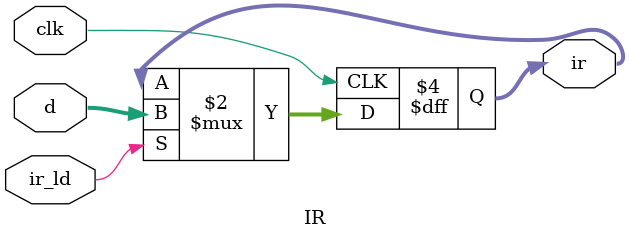
<source format=v>
module IR (
    input clk, ir_ld,
    input [7:0] d,
    output reg [7:0] ir
  );
  always @(negedge clk)
  begin
    if (ir_ld)
      ir <= d;
  end
endmodule

</source>
